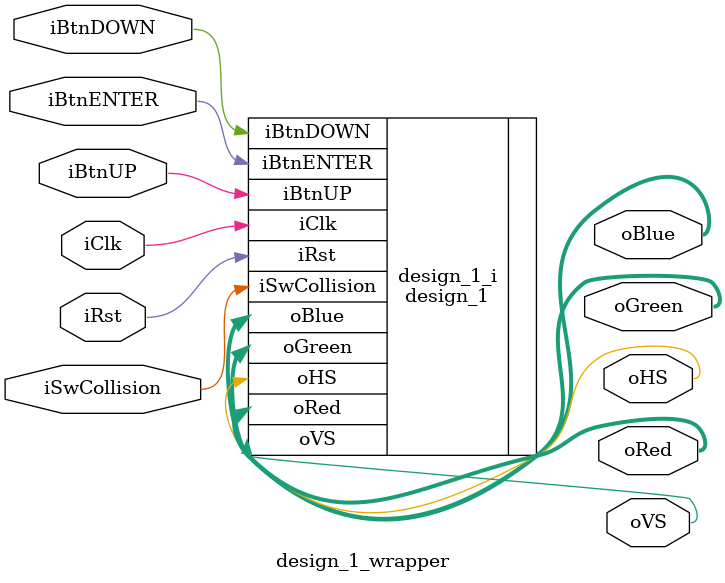
<source format=v>
`timescale 1 ps / 1 ps

module design_1_wrapper
   (iBtnDOWN,
    iBtnENTER,
    iBtnUP,
    iClk,
    iRst,
    iSwCollision,
    oBlue,
    oGreen,
    oHS,
    oRed,
    oVS);
  input iBtnDOWN;
  input iBtnENTER;
  input iBtnUP;
  input iClk;
  input iRst;
  input iSwCollision;
  output [3:0]oBlue;
  output [3:0]oGreen;
  output oHS;
  output [3:0]oRed;
  output oVS;

  wire iBtnDOWN;
  wire iBtnENTER;
  wire iBtnUP;
  wire iClk;
  wire iRst;
  wire iSwCollision;
  wire [3:0]oBlue;
  wire [3:0]oGreen;
  wire oHS;
  wire [3:0]oRed;
  wire oVS;

  design_1 design_1_i
       (.iBtnDOWN(iBtnDOWN),
        .iBtnENTER(iBtnENTER),
        .iBtnUP(iBtnUP),
        .iClk(iClk),
        .iRst(iRst),
        .iSwCollision(iSwCollision),
        .oBlue(oBlue),
        .oGreen(oGreen),
        .oHS(oHS),
        .oRed(oRed),
        .oVS(oVS));
endmodule

</source>
